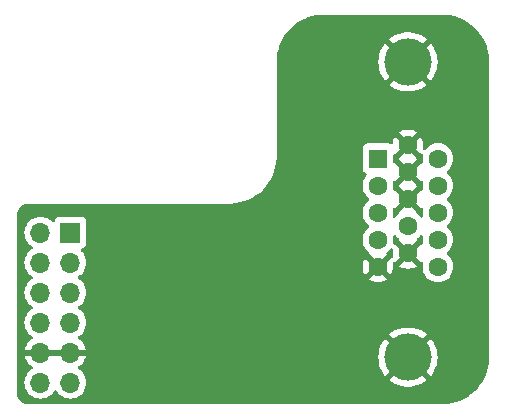
<source format=gbr>
%TF.GenerationSoftware,KiCad,Pcbnew,7.0.10*%
%TF.CreationDate,2024-02-03T18:14:04+01:00*%
%TF.ProjectId,tiny-vga,74696e79-2d76-4676-912e-6b696361645f,v1.0*%
%TF.SameCoordinates,Original*%
%TF.FileFunction,Copper,L2,Bot*%
%TF.FilePolarity,Positive*%
%FSLAX46Y46*%
G04 Gerber Fmt 4.6, Leading zero omitted, Abs format (unit mm)*
G04 Created by KiCad (PCBNEW 7.0.10) date 2024-02-03 18:14:04*
%MOMM*%
%LPD*%
G01*
G04 APERTURE LIST*
%TA.AperFunction,ComponentPad*%
%ADD10C,4.000000*%
%TD*%
%TA.AperFunction,ComponentPad*%
%ADD11R,1.600000X1.600000*%
%TD*%
%TA.AperFunction,ComponentPad*%
%ADD12C,1.600000*%
%TD*%
%TA.AperFunction,ComponentPad*%
%ADD13R,1.700000X1.700000*%
%TD*%
%TA.AperFunction,ComponentPad*%
%ADD14O,1.700000X1.700000*%
%TD*%
%TA.AperFunction,ViaPad*%
%ADD15C,0.800000*%
%TD*%
G04 APERTURE END LIST*
D10*
%TO.P,J2,0*%
%TO.N,GND*%
X161120000Y-90015000D03*
X161120000Y-65015000D03*
D11*
%TO.P,J2,1*%
%TO.N,AnalogR*%
X158580000Y-73190000D03*
D12*
%TO.P,J2,2*%
%TO.N,AnalogG*%
X158580000Y-75480000D03*
%TO.P,J2,3*%
%TO.N,AnalogB*%
X158580000Y-77770000D03*
%TO.P,J2,4*%
%TO.N,unconnected-(J2-Pad4)*%
X158580000Y-80060000D03*
%TO.P,J2,5*%
%TO.N,GND*%
X158580000Y-82350000D03*
%TO.P,J2,6*%
X161120000Y-72045000D03*
%TO.P,J2,7*%
X161120000Y-74335000D03*
%TO.P,J2,8*%
X161120000Y-76625000D03*
%TO.P,J2,9*%
%TO.N,unconnected-(J2-Pad9)*%
X161120000Y-78915000D03*
%TO.P,J2,10*%
%TO.N,GND*%
X161120000Y-81205000D03*
%TO.P,J2,11*%
%TO.N,unconnected-(J2-Pad11)*%
X163660000Y-73190000D03*
%TO.P,J2,12*%
%TO.N,unconnected-(J2-Pad12)*%
X163660000Y-75480000D03*
%TO.P,J2,13*%
%TO.N,Net-(J2-Pad13)*%
X163660000Y-77770000D03*
%TO.P,J2,14*%
%TO.N,Net-(J2-Pad14)*%
X163660000Y-80060000D03*
%TO.P,J2,15*%
%TO.N,unconnected-(J2-Pad15)*%
X163660000Y-82350000D03*
%TD*%
D13*
%TO.P,J1,1,Pin_1*%
%TO.N,PMOD1*%
X132540000Y-79460000D03*
D14*
%TO.P,J1,2,Pin_2*%
%TO.N,PMOD2*%
X132540000Y-82000000D03*
%TO.P,J1,3,Pin_3*%
%TO.N,PMOD3*%
X132540000Y-84540000D03*
%TO.P,J1,4,Pin_4*%
%TO.N,PMOD4*%
X132540000Y-87080000D03*
%TO.P,J1,5,Pin_5*%
%TO.N,GND*%
X132540000Y-89620000D03*
%TO.P,J1,6,Pin_6*%
%TO.N,+3.3V*%
X132540000Y-92160000D03*
%TO.P,J1,7,Pin_7*%
%TO.N,PMOD5*%
X130000000Y-79460000D03*
%TO.P,J1,8,Pin_8*%
%TO.N,PMOD6*%
X130000000Y-82000000D03*
%TO.P,J1,9,Pin_9*%
%TO.N,PMOD7*%
X130000000Y-84540000D03*
%TO.P,J1,10,Pin_10*%
%TO.N,PMOD8*%
X130000000Y-87080000D03*
%TO.P,J1,11,Pin_11*%
%TO.N,GND*%
X130000000Y-89620000D03*
%TO.P,J1,12,Pin_12*%
%TO.N,+3.3V*%
X130000000Y-92160000D03*
%TD*%
D15*
%TO.N,GND*%
X142500000Y-86350000D03*
X153800000Y-66900000D03*
X145200000Y-86400000D03*
X153711500Y-80600000D03*
X139800000Y-89900000D03*
X145450000Y-81550000D03*
X153700000Y-74000000D03*
%TD*%
%TA.AperFunction,Conductor*%
%TO.N,GND*%
G36*
X132080507Y-89410156D02*
G01*
X132040000Y-89548111D01*
X132040000Y-89691889D01*
X132080507Y-89829844D01*
X132106314Y-89870000D01*
X130433686Y-89870000D01*
X130459493Y-89829844D01*
X130500000Y-89691889D01*
X130500000Y-89548111D01*
X130459493Y-89410156D01*
X130433686Y-89370000D01*
X132106314Y-89370000D01*
X132080507Y-89410156D01*
G37*
%TD.AperFunction*%
%TA.AperFunction,Conductor*%
G36*
X159810281Y-80817281D02*
G01*
X159845696Y-80877510D01*
X159845202Y-80939794D01*
X159834860Y-80978389D01*
X159834858Y-80978400D01*
X159815034Y-81204997D01*
X159815034Y-81205002D01*
X159834858Y-81431599D01*
X159834861Y-81431613D01*
X159846179Y-81473855D01*
X159844516Y-81543705D01*
X159805352Y-81601567D01*
X159741123Y-81629070D01*
X159715599Y-81629475D01*
X159659025Y-81624526D01*
X159105929Y-82177622D01*
X159103116Y-82164085D01*
X159033558Y-82029844D01*
X158930362Y-81919348D01*
X158801181Y-81840791D01*
X158749997Y-81826450D01*
X159305472Y-81270975D01*
X159300884Y-81218538D01*
X159314650Y-81150038D01*
X159353288Y-81106155D01*
X159419139Y-81060047D01*
X159580047Y-80899139D01*
X159623852Y-80836577D01*
X159678428Y-80792953D01*
X159747926Y-80785759D01*
X159810281Y-80817281D01*
G37*
%TD.AperFunction*%
%TA.AperFunction,Conductor*%
G36*
X160029593Y-79652362D02*
G01*
X160076985Y-79692775D01*
X160078833Y-79695413D01*
X160119955Y-79754142D01*
X160280858Y-79915045D01*
X160346709Y-79961154D01*
X160390334Y-80015730D01*
X160399114Y-80073536D01*
X160394526Y-80125974D01*
X160948431Y-80679878D01*
X160831542Y-80730651D01*
X160714261Y-80826066D01*
X160627072Y-80949585D01*
X160596645Y-81035197D01*
X160040974Y-80479526D01*
X159984931Y-80484429D01*
X159916431Y-80470662D01*
X159866248Y-80422047D01*
X159850315Y-80354018D01*
X159854350Y-80328808D01*
X159865635Y-80286692D01*
X159885468Y-80060000D01*
X159865635Y-79833308D01*
X159855636Y-79795991D01*
X159857299Y-79726141D01*
X159896462Y-79668279D01*
X159960690Y-79640775D01*
X160029593Y-79652362D01*
G37*
%TD.AperFunction*%
%TA.AperFunction,Conductor*%
G36*
X162349441Y-79673477D02*
G01*
X162384856Y-79733706D01*
X162384364Y-79795988D01*
X162374366Y-79833303D01*
X162374364Y-79833313D01*
X162354532Y-80059998D01*
X162354532Y-80060001D01*
X162374364Y-80286686D01*
X162374366Y-80286697D01*
X162385650Y-80328808D01*
X162383987Y-80398657D01*
X162344824Y-80456520D01*
X162280596Y-80484024D01*
X162255069Y-80484429D01*
X162199025Y-80479526D01*
X161645929Y-81032622D01*
X161643116Y-81019085D01*
X161573558Y-80884844D01*
X161470362Y-80774348D01*
X161341181Y-80695791D01*
X161289997Y-80681450D01*
X161845472Y-80125975D01*
X161840884Y-80073538D01*
X161854650Y-80005038D01*
X161893288Y-79961155D01*
X161959139Y-79915047D01*
X162120047Y-79754139D01*
X162163013Y-79692775D01*
X162217588Y-79649151D01*
X162287086Y-79641956D01*
X162349441Y-79673477D01*
G37*
%TD.AperFunction*%
%TA.AperFunction,Conductor*%
G36*
X162199024Y-77350471D02*
G01*
X162255068Y-77345569D01*
X162323568Y-77359336D01*
X162373751Y-77407951D01*
X162389684Y-77475980D01*
X162385650Y-77501189D01*
X162374367Y-77543299D01*
X162374364Y-77543313D01*
X162354532Y-77769998D01*
X162354532Y-77770001D01*
X162374364Y-77996686D01*
X162374367Y-77996703D01*
X162384363Y-78034010D01*
X162382699Y-78103860D01*
X162343536Y-78161721D01*
X162279307Y-78189224D01*
X162210405Y-78177637D01*
X162163013Y-78137224D01*
X162120047Y-78075861D01*
X162120045Y-78075859D01*
X162120044Y-78075857D01*
X161959142Y-77914955D01*
X161948914Y-77907793D01*
X161893289Y-77868844D01*
X161849664Y-77814269D01*
X161840884Y-77756463D01*
X161845471Y-77704024D01*
X161291568Y-77150121D01*
X161408458Y-77099349D01*
X161525739Y-77003934D01*
X161612928Y-76880415D01*
X161643354Y-76794801D01*
X162199024Y-77350471D01*
G37*
%TD.AperFunction*%
%TA.AperFunction,Conductor*%
G36*
X160596884Y-76810915D02*
G01*
X160666442Y-76945156D01*
X160769638Y-77055652D01*
X160898819Y-77134209D01*
X160950002Y-77148549D01*
X160394526Y-77704025D01*
X160399114Y-77756464D01*
X160385347Y-77824964D01*
X160346710Y-77868845D01*
X160280856Y-77914956D01*
X160119953Y-78075859D01*
X160076986Y-78137224D01*
X160022409Y-78180849D01*
X159952911Y-78188043D01*
X159890556Y-78156520D01*
X159855142Y-78096290D01*
X159855635Y-78034009D01*
X159865635Y-77996692D01*
X159885468Y-77770000D01*
X159865635Y-77543308D01*
X159854349Y-77501188D01*
X159856012Y-77431342D01*
X159895174Y-77373479D01*
X159959402Y-77345974D01*
X159984932Y-77345569D01*
X160040974Y-77350472D01*
X160594070Y-76797376D01*
X160596884Y-76810915D01*
G37*
%TD.AperFunction*%
%TA.AperFunction,Conductor*%
G36*
X160596884Y-74520915D02*
G01*
X160666442Y-74655156D01*
X160769638Y-74765652D01*
X160898819Y-74844209D01*
X160950002Y-74858549D01*
X160394526Y-75414025D01*
X160399352Y-75469193D01*
X160399352Y-75490804D01*
X160394525Y-75545973D01*
X160948431Y-76099878D01*
X160831542Y-76150651D01*
X160714261Y-76246066D01*
X160627072Y-76369585D01*
X160596645Y-76455197D01*
X160040974Y-75899526D01*
X159984931Y-75904429D01*
X159916431Y-75890662D01*
X159866248Y-75842047D01*
X159850315Y-75774018D01*
X159854350Y-75748808D01*
X159865635Y-75706692D01*
X159885468Y-75480000D01*
X159865635Y-75253308D01*
X159854349Y-75211188D01*
X159856012Y-75141342D01*
X159895174Y-75083479D01*
X159959402Y-75055974D01*
X159984932Y-75055569D01*
X160040974Y-75060472D01*
X160594070Y-74507376D01*
X160596884Y-74520915D01*
G37*
%TD.AperFunction*%
%TA.AperFunction,Conductor*%
G36*
X162199024Y-75060471D02*
G01*
X162255068Y-75055569D01*
X162323568Y-75069336D01*
X162373751Y-75117951D01*
X162389684Y-75185980D01*
X162385650Y-75211189D01*
X162374367Y-75253299D01*
X162374364Y-75253313D01*
X162354532Y-75479998D01*
X162354532Y-75480001D01*
X162374364Y-75706686D01*
X162374366Y-75706697D01*
X162385650Y-75748808D01*
X162383987Y-75818657D01*
X162344824Y-75876520D01*
X162280596Y-75904024D01*
X162255069Y-75904429D01*
X162199025Y-75899526D01*
X161645929Y-76452622D01*
X161643116Y-76439085D01*
X161573558Y-76304844D01*
X161470362Y-76194348D01*
X161341181Y-76115791D01*
X161289997Y-76101450D01*
X161845472Y-75545974D01*
X161840645Y-75490806D01*
X161840645Y-75469191D01*
X161845471Y-75414024D01*
X161291568Y-74860121D01*
X161408458Y-74809349D01*
X161525739Y-74713934D01*
X161612928Y-74590415D01*
X161643354Y-74504801D01*
X162199024Y-75060471D01*
G37*
%TD.AperFunction*%
%TA.AperFunction,Conductor*%
G36*
X160596884Y-72230915D02*
G01*
X160666442Y-72365156D01*
X160769638Y-72475652D01*
X160898819Y-72554209D01*
X160950002Y-72568549D01*
X160394526Y-73124025D01*
X160399352Y-73179193D01*
X160399352Y-73200804D01*
X160394525Y-73255973D01*
X160948431Y-73809878D01*
X160831542Y-73860651D01*
X160714261Y-73956066D01*
X160627072Y-74079585D01*
X160596645Y-74165197D01*
X160040974Y-73609526D01*
X160015306Y-73611772D01*
X159946806Y-73598005D01*
X159896623Y-73549390D01*
X159880499Y-73488246D01*
X159880499Y-72891752D01*
X159900184Y-72824715D01*
X159952988Y-72778960D01*
X160015308Y-72768226D01*
X160040975Y-72770471D01*
X160594070Y-72217376D01*
X160596884Y-72230915D01*
G37*
%TD.AperFunction*%
%TA.AperFunction,Conductor*%
G36*
X162199024Y-72770471D02*
G01*
X162255068Y-72765569D01*
X162323568Y-72779336D01*
X162373751Y-72827951D01*
X162389684Y-72895980D01*
X162385650Y-72921189D01*
X162374367Y-72963299D01*
X162374364Y-72963313D01*
X162354532Y-73189998D01*
X162354532Y-73190001D01*
X162374364Y-73416686D01*
X162374366Y-73416697D01*
X162385650Y-73458808D01*
X162383987Y-73528657D01*
X162344824Y-73586520D01*
X162280596Y-73614024D01*
X162255069Y-73614429D01*
X162199025Y-73609526D01*
X161645929Y-74162622D01*
X161643116Y-74149085D01*
X161573558Y-74014844D01*
X161470362Y-73904348D01*
X161341181Y-73825791D01*
X161289997Y-73811450D01*
X161845472Y-73255974D01*
X161840645Y-73200806D01*
X161840645Y-73179191D01*
X161845471Y-73124024D01*
X161291568Y-72570121D01*
X161408458Y-72519349D01*
X161525739Y-72423934D01*
X161612928Y-72300415D01*
X161643354Y-72214801D01*
X162199024Y-72770471D01*
G37*
%TD.AperFunction*%
%TA.AperFunction,Conductor*%
G36*
X164002854Y-61000632D02*
G01*
X164018811Y-61001369D01*
X164173088Y-61008502D01*
X164369795Y-61018166D01*
X164380787Y-61019201D01*
X164562876Y-61044601D01*
X164563781Y-61044732D01*
X164747261Y-61071949D01*
X164757413Y-61073892D01*
X164938614Y-61116510D01*
X164940023Y-61116852D01*
X165117874Y-61161401D01*
X165127091Y-61164096D01*
X165304478Y-61223550D01*
X165306618Y-61224292D01*
X165478220Y-61285692D01*
X165486519Y-61289004D01*
X165657980Y-61364712D01*
X165660909Y-61366051D01*
X165747263Y-61406892D01*
X165825119Y-61443715D01*
X165832411Y-61447465D01*
X165929135Y-61501341D01*
X165996435Y-61538827D01*
X165999810Y-61540777D01*
X166155371Y-61634017D01*
X166161670Y-61638058D01*
X166316699Y-61744256D01*
X166320459Y-61746935D01*
X166466009Y-61854882D01*
X166471305Y-61859040D01*
X166616009Y-61979200D01*
X166619947Y-61982617D01*
X166754206Y-62104303D01*
X166758590Y-62108478D01*
X166891520Y-62241408D01*
X166895698Y-62245795D01*
X167017375Y-62380045D01*
X167020805Y-62383998D01*
X167140951Y-62528684D01*
X167145124Y-62534000D01*
X167253041Y-62679509D01*
X167255742Y-62683299D01*
X167361940Y-62838328D01*
X167365992Y-62844645D01*
X167399173Y-62900004D01*
X167459200Y-63000153D01*
X167461171Y-63003563D01*
X167552525Y-63167573D01*
X167556291Y-63174896D01*
X167633947Y-63339089D01*
X167635286Y-63342018D01*
X167710994Y-63513479D01*
X167714311Y-63521791D01*
X167775666Y-63693265D01*
X167776487Y-63695634D01*
X167835894Y-63872881D01*
X167838606Y-63882157D01*
X167883104Y-64059803D01*
X167883526Y-64061543D01*
X167926101Y-64242562D01*
X167928053Y-64252758D01*
X167955257Y-64436156D01*
X167955410Y-64437218D01*
X167980794Y-64619184D01*
X167981834Y-64630232D01*
X167991512Y-64827238D01*
X167991529Y-64827595D01*
X167999368Y-64997145D01*
X167999500Y-65002872D01*
X167999500Y-89997127D01*
X167999368Y-90002854D01*
X167991529Y-90172404D01*
X167991512Y-90172761D01*
X167981834Y-90369766D01*
X167980794Y-90380814D01*
X167955410Y-90562780D01*
X167955257Y-90563842D01*
X167928053Y-90747240D01*
X167926101Y-90757436D01*
X167883526Y-90938455D01*
X167883104Y-90940195D01*
X167838606Y-91117841D01*
X167835894Y-91127117D01*
X167776487Y-91304364D01*
X167775666Y-91306733D01*
X167714311Y-91478207D01*
X167710994Y-91486519D01*
X167635286Y-91657980D01*
X167633947Y-91660909D01*
X167556291Y-91825102D01*
X167552525Y-91832425D01*
X167461171Y-91996435D01*
X167459200Y-91999845D01*
X167365999Y-92155342D01*
X167361940Y-92161670D01*
X167255742Y-92316699D01*
X167253041Y-92320489D01*
X167145135Y-92465984D01*
X167140935Y-92471334D01*
X167020851Y-92615947D01*
X167017331Y-92620004D01*
X166895717Y-92754183D01*
X166891520Y-92758590D01*
X166758590Y-92891520D01*
X166754183Y-92895717D01*
X166620004Y-93017331D01*
X166615947Y-93020851D01*
X166471334Y-93140935D01*
X166465984Y-93145135D01*
X166320489Y-93253041D01*
X166316699Y-93255742D01*
X166161670Y-93361940D01*
X166155342Y-93365999D01*
X165999845Y-93459200D01*
X165996435Y-93461171D01*
X165832425Y-93552525D01*
X165825102Y-93556291D01*
X165660909Y-93633947D01*
X165657980Y-93635286D01*
X165486519Y-93710994D01*
X165478207Y-93714311D01*
X165306733Y-93775666D01*
X165304364Y-93776487D01*
X165127117Y-93835894D01*
X165117841Y-93838606D01*
X164940195Y-93883104D01*
X164938455Y-93883526D01*
X164757436Y-93926101D01*
X164747240Y-93928053D01*
X164563842Y-93955257D01*
X164562780Y-93955410D01*
X164380814Y-93980794D01*
X164369766Y-93981834D01*
X164172931Y-93991503D01*
X164172575Y-93991520D01*
X164010209Y-93999028D01*
X164002854Y-93999368D01*
X163997128Y-93999500D01*
X129005416Y-93999500D01*
X128994606Y-93999028D01*
X128992001Y-93998800D01*
X128955223Y-93995581D01*
X128953882Y-93995456D01*
X128828238Y-93983082D01*
X128808298Y-93979454D01*
X128743616Y-93962123D01*
X128739713Y-93961008D01*
X128648436Y-93933319D01*
X128632027Y-93927041D01*
X128566163Y-93896328D01*
X128560114Y-93893304D01*
X128480952Y-93850990D01*
X128468283Y-93843207D01*
X128407109Y-93800373D01*
X128399568Y-93794652D01*
X128331543Y-93738826D01*
X128322526Y-93730653D01*
X128269345Y-93677472D01*
X128261172Y-93668455D01*
X128205346Y-93600430D01*
X128199625Y-93592889D01*
X128156791Y-93531715D01*
X128149008Y-93519046D01*
X128129548Y-93482639D01*
X128106685Y-93439867D01*
X128103686Y-93433867D01*
X128072952Y-93367959D01*
X128066682Y-93351570D01*
X128038966Y-93260203D01*
X128037899Y-93256467D01*
X128020541Y-93191685D01*
X128016918Y-93171776D01*
X128004526Y-93045961D01*
X128004426Y-93044880D01*
X128000972Y-93005391D01*
X128000500Y-92994586D01*
X128000500Y-92160000D01*
X128644341Y-92160000D01*
X128664936Y-92395398D01*
X128664938Y-92395413D01*
X128726094Y-92623655D01*
X128726096Y-92623659D01*
X128726097Y-92623663D01*
X128730000Y-92632032D01*
X128825965Y-92837830D01*
X128825967Y-92837834D01*
X128908475Y-92955666D01*
X128961505Y-93031401D01*
X129128599Y-93198495D01*
X129206499Y-93253041D01*
X129322165Y-93334032D01*
X129322167Y-93334033D01*
X129322170Y-93334035D01*
X129536337Y-93433903D01*
X129764592Y-93495063D01*
X129952918Y-93511539D01*
X129999999Y-93515659D01*
X130000000Y-93515659D01*
X130000001Y-93515659D01*
X130039234Y-93512226D01*
X130235408Y-93495063D01*
X130463663Y-93433903D01*
X130677830Y-93334035D01*
X130871401Y-93198495D01*
X131038495Y-93031401D01*
X131168425Y-92845842D01*
X131223002Y-92802217D01*
X131292500Y-92795023D01*
X131354855Y-92826546D01*
X131371575Y-92845842D01*
X131501500Y-93031395D01*
X131501505Y-93031401D01*
X131668599Y-93198495D01*
X131746499Y-93253041D01*
X131862165Y-93334032D01*
X131862167Y-93334033D01*
X131862170Y-93334035D01*
X132076337Y-93433903D01*
X132304592Y-93495063D01*
X132492918Y-93511539D01*
X132539999Y-93515659D01*
X132540000Y-93515659D01*
X132540001Y-93515659D01*
X132579234Y-93512226D01*
X132775408Y-93495063D01*
X133003663Y-93433903D01*
X133217830Y-93334035D01*
X133411401Y-93198495D01*
X133578495Y-93031401D01*
X133714035Y-92837830D01*
X133813903Y-92623663D01*
X133875063Y-92395408D01*
X133895659Y-92160000D01*
X133895251Y-92155342D01*
X133881647Y-91999845D01*
X133875063Y-91924592D01*
X133813903Y-91696337D01*
X133714035Y-91482171D01*
X133711260Y-91478207D01*
X133578494Y-91288597D01*
X133411402Y-91121506D01*
X133411401Y-91121505D01*
X133225405Y-90991269D01*
X133181781Y-90936692D01*
X133174588Y-90867193D01*
X133206110Y-90804839D01*
X133225405Y-90788119D01*
X133411082Y-90658105D01*
X133578105Y-90491082D01*
X133713600Y-90297578D01*
X133813429Y-90083492D01*
X133813432Y-90083486D01*
X133831782Y-90015005D01*
X158615057Y-90015005D01*
X158634807Y-90328942D01*
X158634808Y-90328949D01*
X158693755Y-90637958D01*
X158790963Y-90937132D01*
X158790965Y-90937137D01*
X158924900Y-91221761D01*
X158924903Y-91221767D01*
X159093457Y-91487367D01*
X159093460Y-91487371D01*
X159184286Y-91597160D01*
X159822266Y-90959180D01*
X159985130Y-91149870D01*
X160175818Y-91312732D01*
X159534971Y-91953579D01*
X159534972Y-91953581D01*
X159777772Y-92129985D01*
X159777790Y-92129996D01*
X160053447Y-92281540D01*
X160053455Y-92281544D01*
X160345926Y-92397340D01*
X160650620Y-92475573D01*
X160650629Y-92475575D01*
X160962701Y-92514999D01*
X160962715Y-92515000D01*
X161277285Y-92515000D01*
X161277298Y-92514999D01*
X161589370Y-92475575D01*
X161589379Y-92475573D01*
X161894073Y-92397340D01*
X162186544Y-92281544D01*
X162186552Y-92281540D01*
X162462209Y-92129996D01*
X162462219Y-92129990D01*
X162705026Y-91953579D01*
X162705027Y-91953579D01*
X162064180Y-91312733D01*
X162254870Y-91149870D01*
X162417733Y-90959181D01*
X163055712Y-91597160D01*
X163146544Y-91487364D01*
X163315096Y-91221767D01*
X163315099Y-91221761D01*
X163449034Y-90937137D01*
X163449036Y-90937132D01*
X163546244Y-90637958D01*
X163605191Y-90328949D01*
X163605192Y-90328942D01*
X163624943Y-90015005D01*
X163624943Y-90014994D01*
X163605192Y-89701057D01*
X163605191Y-89701050D01*
X163546244Y-89392041D01*
X163449036Y-89092867D01*
X163449034Y-89092862D01*
X163315099Y-88808238D01*
X163315096Y-88808232D01*
X163146542Y-88542632D01*
X163146539Y-88542628D01*
X163055712Y-88432838D01*
X162417732Y-89070818D01*
X162254870Y-88880130D01*
X162064180Y-88717266D01*
X162705027Y-88076419D01*
X162705026Y-88076417D01*
X162462227Y-87900014D01*
X162462209Y-87900003D01*
X162186552Y-87748459D01*
X162186544Y-87748455D01*
X161894073Y-87632659D01*
X161589379Y-87554426D01*
X161589370Y-87554424D01*
X161277298Y-87515000D01*
X160962701Y-87515000D01*
X160650629Y-87554424D01*
X160650620Y-87554426D01*
X160345926Y-87632659D01*
X160053455Y-87748455D01*
X160053447Y-87748459D01*
X159777787Y-87900004D01*
X159777782Y-87900007D01*
X159534972Y-88076418D01*
X159534971Y-88076419D01*
X160175819Y-88717266D01*
X159985130Y-88880130D01*
X159822266Y-89070818D01*
X159184286Y-88432838D01*
X159184285Y-88432838D01*
X159093459Y-88542629D01*
X159093457Y-88542632D01*
X158924903Y-88808232D01*
X158924900Y-88808238D01*
X158790965Y-89092862D01*
X158790963Y-89092867D01*
X158693755Y-89392041D01*
X158634808Y-89701050D01*
X158634807Y-89701057D01*
X158615057Y-90014994D01*
X158615057Y-90015005D01*
X133831782Y-90015005D01*
X133870636Y-89870000D01*
X132973686Y-89870000D01*
X132999493Y-89829844D01*
X133040000Y-89691889D01*
X133040000Y-89548111D01*
X132999493Y-89410156D01*
X132973686Y-89370000D01*
X133870636Y-89370000D01*
X133870635Y-89369999D01*
X133813432Y-89156513D01*
X133813429Y-89156507D01*
X133713600Y-88942422D01*
X133713599Y-88942420D01*
X133578113Y-88748926D01*
X133578108Y-88748920D01*
X133411078Y-88581890D01*
X133225405Y-88451879D01*
X133181780Y-88397302D01*
X133174588Y-88327804D01*
X133206110Y-88265449D01*
X133225406Y-88248730D01*
X133411401Y-88118495D01*
X133578495Y-87951401D01*
X133714035Y-87757830D01*
X133813903Y-87543663D01*
X133875063Y-87315408D01*
X133895659Y-87080000D01*
X133875063Y-86844592D01*
X133813903Y-86616337D01*
X133714035Y-86402171D01*
X133708425Y-86394158D01*
X133578494Y-86208597D01*
X133411402Y-86041506D01*
X133411396Y-86041501D01*
X133225842Y-85911575D01*
X133182217Y-85856998D01*
X133175023Y-85787500D01*
X133206546Y-85725145D01*
X133225842Y-85708425D01*
X133248026Y-85692891D01*
X133411401Y-85578495D01*
X133578495Y-85411401D01*
X133714035Y-85217830D01*
X133813903Y-85003663D01*
X133875063Y-84775408D01*
X133895659Y-84540000D01*
X133875063Y-84304592D01*
X133813903Y-84076337D01*
X133714035Y-83862171D01*
X133708425Y-83854158D01*
X133578494Y-83668597D01*
X133411402Y-83501506D01*
X133411396Y-83501501D01*
X133225842Y-83371575D01*
X133182217Y-83316998D01*
X133175023Y-83247500D01*
X133206546Y-83185145D01*
X133225842Y-83168425D01*
X133358592Y-83075472D01*
X133411401Y-83038495D01*
X133578495Y-82871401D01*
X133714035Y-82677830D01*
X133813903Y-82463663D01*
X133875063Y-82235408D01*
X133895659Y-82000000D01*
X133875063Y-81764592D01*
X133813903Y-81536337D01*
X133714035Y-81322171D01*
X133708424Y-81314158D01*
X133578496Y-81128600D01*
X133541943Y-81092047D01*
X133456567Y-81006671D01*
X133423084Y-80945351D01*
X133428068Y-80875659D01*
X133469939Y-80819725D01*
X133500915Y-80802810D01*
X133632331Y-80753796D01*
X133747546Y-80667546D01*
X133833796Y-80552331D01*
X133884091Y-80417483D01*
X133890500Y-80357873D01*
X133890500Y-80060001D01*
X157274532Y-80060001D01*
X157294364Y-80286686D01*
X157294366Y-80286697D01*
X157353258Y-80506488D01*
X157353261Y-80506497D01*
X157449431Y-80712732D01*
X157449432Y-80712734D01*
X157579954Y-80899141D01*
X157740858Y-81060045D01*
X157806709Y-81106154D01*
X157850334Y-81160730D01*
X157859114Y-81218536D01*
X157854526Y-81270974D01*
X158408431Y-81824878D01*
X158291542Y-81875651D01*
X158174261Y-81971066D01*
X158087072Y-82094585D01*
X158056645Y-82180197D01*
X157500974Y-81624526D01*
X157500973Y-81624526D01*
X157449868Y-81697512D01*
X157449866Y-81697516D01*
X157353734Y-81903673D01*
X157353730Y-81903682D01*
X157294860Y-82123389D01*
X157294858Y-82123400D01*
X157275034Y-82349997D01*
X157275034Y-82350002D01*
X157294858Y-82576599D01*
X157294860Y-82576610D01*
X157353730Y-82796317D01*
X157353735Y-82796331D01*
X157449863Y-83002478D01*
X157500974Y-83075472D01*
X158054070Y-82522376D01*
X158056884Y-82535915D01*
X158126442Y-82670156D01*
X158229638Y-82780652D01*
X158358819Y-82859209D01*
X158410002Y-82873549D01*
X157854526Y-83429025D01*
X157927513Y-83480132D01*
X157927521Y-83480136D01*
X158133668Y-83576264D01*
X158133682Y-83576269D01*
X158353389Y-83635139D01*
X158353400Y-83635141D01*
X158579998Y-83654966D01*
X158580002Y-83654966D01*
X158806599Y-83635141D01*
X158806610Y-83635139D01*
X159026317Y-83576269D01*
X159026331Y-83576264D01*
X159232478Y-83480136D01*
X159305471Y-83429024D01*
X158751568Y-82875121D01*
X158868458Y-82824349D01*
X158985739Y-82728934D01*
X159072928Y-82605415D01*
X159103354Y-82519801D01*
X159659024Y-83075471D01*
X159710136Y-83002478D01*
X159806264Y-82796331D01*
X159806269Y-82796317D01*
X159865139Y-82576610D01*
X159865141Y-82576599D01*
X159884966Y-82350002D01*
X159884966Y-82349997D01*
X159865141Y-82123400D01*
X159865138Y-82123385D01*
X159853820Y-82081146D01*
X159855481Y-82011296D01*
X159894643Y-81953433D01*
X159958871Y-81925928D01*
X159984401Y-81925523D01*
X160040974Y-81930472D01*
X160594070Y-81377376D01*
X160596884Y-81390915D01*
X160666442Y-81525156D01*
X160769638Y-81635652D01*
X160898819Y-81714209D01*
X160950002Y-81728549D01*
X160394526Y-82284025D01*
X160467513Y-82335132D01*
X160467521Y-82335136D01*
X160673668Y-82431264D01*
X160673682Y-82431269D01*
X160893389Y-82490139D01*
X160893400Y-82490141D01*
X161119998Y-82509966D01*
X161120002Y-82509966D01*
X161346599Y-82490141D01*
X161346610Y-82490139D01*
X161566317Y-82431269D01*
X161566331Y-82431264D01*
X161772478Y-82335136D01*
X161845471Y-82284024D01*
X161291568Y-81730121D01*
X161408458Y-81679349D01*
X161525739Y-81583934D01*
X161612928Y-81460415D01*
X161643354Y-81374801D01*
X162199024Y-81930471D01*
X162255068Y-81925569D01*
X162323568Y-81939336D01*
X162373751Y-81987951D01*
X162389684Y-82055980D01*
X162385650Y-82081189D01*
X162374367Y-82123299D01*
X162374364Y-82123313D01*
X162354532Y-82349998D01*
X162354532Y-82350001D01*
X162374364Y-82576686D01*
X162374366Y-82576697D01*
X162433258Y-82796488D01*
X162433261Y-82796497D01*
X162529431Y-83002732D01*
X162529432Y-83002734D01*
X162659954Y-83189141D01*
X162820858Y-83350045D01*
X162843594Y-83365965D01*
X163007266Y-83480568D01*
X163213504Y-83576739D01*
X163433308Y-83635635D01*
X163595230Y-83649801D01*
X163659998Y-83655468D01*
X163660000Y-83655468D01*
X163660002Y-83655468D01*
X163716673Y-83650509D01*
X163886692Y-83635635D01*
X164106496Y-83576739D01*
X164312734Y-83480568D01*
X164499139Y-83350047D01*
X164660047Y-83189139D01*
X164790568Y-83002734D01*
X164886739Y-82796496D01*
X164945635Y-82576692D01*
X164965468Y-82350000D01*
X164945635Y-82123308D01*
X164893965Y-81930471D01*
X164886741Y-81903511D01*
X164886738Y-81903502D01*
X164857495Y-81840791D01*
X164790568Y-81697266D01*
X164660047Y-81510861D01*
X164660046Y-81510860D01*
X164660045Y-81510858D01*
X164499142Y-81349955D01*
X164475576Y-81333454D01*
X164437188Y-81306574D01*
X164393563Y-81251999D01*
X164386369Y-81182501D01*
X164417891Y-81120146D01*
X164437188Y-81103425D01*
X164499139Y-81060047D01*
X164660047Y-80899139D01*
X164790568Y-80712734D01*
X164886739Y-80506496D01*
X164945635Y-80286692D01*
X164965468Y-80060000D01*
X164945635Y-79833308D01*
X164886739Y-79613504D01*
X164790568Y-79407266D01*
X164662662Y-79224596D01*
X164660045Y-79220858D01*
X164499142Y-79059955D01*
X164488079Y-79052208D01*
X164437188Y-79016574D01*
X164393563Y-78961999D01*
X164386369Y-78892501D01*
X164417891Y-78830146D01*
X164437188Y-78813425D01*
X164499139Y-78770047D01*
X164660047Y-78609139D01*
X164790568Y-78422734D01*
X164886739Y-78216496D01*
X164945635Y-77996692D01*
X164965468Y-77770000D01*
X164945635Y-77543308D01*
X164886739Y-77323504D01*
X164790568Y-77117266D01*
X164660047Y-76930861D01*
X164660046Y-76930860D01*
X164660045Y-76930858D01*
X164499142Y-76769955D01*
X164488079Y-76762208D01*
X164437188Y-76726574D01*
X164393563Y-76671999D01*
X164386369Y-76602501D01*
X164417891Y-76540146D01*
X164437188Y-76523425D01*
X164499139Y-76480047D01*
X164660047Y-76319139D01*
X164790568Y-76132734D01*
X164886739Y-75926496D01*
X164945635Y-75706692D01*
X164965468Y-75480000D01*
X164945635Y-75253308D01*
X164886739Y-75033504D01*
X164790568Y-74827266D01*
X164660047Y-74640861D01*
X164660046Y-74640860D01*
X164660045Y-74640858D01*
X164499142Y-74479955D01*
X164488079Y-74472208D01*
X164437188Y-74436574D01*
X164393563Y-74381999D01*
X164386369Y-74312501D01*
X164417891Y-74250146D01*
X164437188Y-74233425D01*
X164499139Y-74190047D01*
X164660047Y-74029139D01*
X164790568Y-73842734D01*
X164886739Y-73636496D01*
X164945635Y-73416692D01*
X164965468Y-73190000D01*
X164945635Y-72963308D01*
X164886739Y-72743504D01*
X164790568Y-72537266D01*
X164660047Y-72350861D01*
X164660046Y-72350860D01*
X164660045Y-72350858D01*
X164499141Y-72189954D01*
X164312734Y-72059432D01*
X164312732Y-72059431D01*
X164106497Y-71963261D01*
X164106488Y-71963258D01*
X163886697Y-71904366D01*
X163886693Y-71904365D01*
X163886692Y-71904365D01*
X163886691Y-71904364D01*
X163886686Y-71904364D01*
X163660002Y-71884532D01*
X163659998Y-71884532D01*
X163433313Y-71904364D01*
X163433302Y-71904366D01*
X163213511Y-71963258D01*
X163213502Y-71963261D01*
X163007267Y-72059431D01*
X163007265Y-72059432D01*
X162820858Y-72189954D01*
X162659952Y-72350860D01*
X162616146Y-72413422D01*
X162561569Y-72457047D01*
X162492071Y-72464239D01*
X162429716Y-72432717D01*
X162394303Y-72372486D01*
X162394798Y-72310202D01*
X162405139Y-72271610D01*
X162405141Y-72271599D01*
X162424966Y-72045002D01*
X162424966Y-72044997D01*
X162405141Y-71818400D01*
X162405139Y-71818389D01*
X162346269Y-71598682D01*
X162346264Y-71598668D01*
X162250136Y-71392521D01*
X162250132Y-71392513D01*
X162199025Y-71319526D01*
X161645929Y-71872622D01*
X161643116Y-71859085D01*
X161573558Y-71724844D01*
X161470362Y-71614348D01*
X161341181Y-71535791D01*
X161289997Y-71521450D01*
X161845472Y-70965974D01*
X161772478Y-70914863D01*
X161566331Y-70818735D01*
X161566317Y-70818730D01*
X161346610Y-70759860D01*
X161346599Y-70759858D01*
X161120002Y-70740034D01*
X161119998Y-70740034D01*
X160893400Y-70759858D01*
X160893389Y-70759860D01*
X160673682Y-70818730D01*
X160673673Y-70818734D01*
X160467516Y-70914866D01*
X160467512Y-70914868D01*
X160394526Y-70965973D01*
X160394526Y-70965974D01*
X160948431Y-71519878D01*
X160831542Y-71570651D01*
X160714261Y-71666066D01*
X160627072Y-71789585D01*
X160596645Y-71875197D01*
X160040974Y-71319526D01*
X160040973Y-71319526D01*
X159989868Y-71392512D01*
X159989866Y-71392516D01*
X159893734Y-71598673D01*
X159893730Y-71598682D01*
X159834860Y-71818389D01*
X159834858Y-71818399D01*
X159830725Y-71865646D01*
X159805272Y-71930715D01*
X159748681Y-71971693D01*
X159678919Y-71975571D01*
X159632888Y-71954106D01*
X159622334Y-71946205D01*
X159622328Y-71946202D01*
X159487482Y-71895908D01*
X159487483Y-71895908D01*
X159427883Y-71889501D01*
X159427881Y-71889500D01*
X159427873Y-71889500D01*
X159427864Y-71889500D01*
X157732129Y-71889500D01*
X157732123Y-71889501D01*
X157672516Y-71895908D01*
X157537671Y-71946202D01*
X157537664Y-71946206D01*
X157422455Y-72032452D01*
X157422452Y-72032455D01*
X157336206Y-72147664D01*
X157336202Y-72147671D01*
X157285908Y-72282517D01*
X157279501Y-72342116D01*
X157279500Y-72342135D01*
X157279500Y-74037870D01*
X157279501Y-74037876D01*
X157285908Y-74097483D01*
X157336202Y-74232328D01*
X157336206Y-74232335D01*
X157422452Y-74347544D01*
X157422455Y-74347547D01*
X157537664Y-74433793D01*
X157537675Y-74433799D01*
X157538497Y-74434106D01*
X157539198Y-74434631D01*
X157545454Y-74438047D01*
X157544962Y-74438946D01*
X157594431Y-74475977D01*
X157618847Y-74541442D01*
X157603995Y-74609715D01*
X157582851Y-74637962D01*
X157579953Y-74640860D01*
X157449432Y-74827265D01*
X157449431Y-74827267D01*
X157353261Y-75033502D01*
X157353258Y-75033511D01*
X157294366Y-75253302D01*
X157294364Y-75253313D01*
X157274532Y-75479998D01*
X157274532Y-75480001D01*
X157294364Y-75706686D01*
X157294366Y-75706697D01*
X157353258Y-75926488D01*
X157353261Y-75926497D01*
X157449431Y-76132732D01*
X157449432Y-76132734D01*
X157579954Y-76319141D01*
X157740859Y-76480046D01*
X157802811Y-76523425D01*
X157846436Y-76578002D01*
X157853630Y-76647500D01*
X157822107Y-76709855D01*
X157802811Y-76726575D01*
X157740859Y-76769953D01*
X157579954Y-76930858D01*
X157449432Y-77117265D01*
X157449431Y-77117267D01*
X157353261Y-77323502D01*
X157353258Y-77323511D01*
X157294366Y-77543302D01*
X157294364Y-77543313D01*
X157274532Y-77769998D01*
X157274532Y-77770001D01*
X157294364Y-77996686D01*
X157294366Y-77996697D01*
X157353258Y-78216488D01*
X157353261Y-78216497D01*
X157449431Y-78422732D01*
X157449432Y-78422734D01*
X157579954Y-78609141D01*
X157740859Y-78770046D01*
X157802811Y-78813425D01*
X157846436Y-78868002D01*
X157853630Y-78937500D01*
X157822107Y-78999855D01*
X157802811Y-79016575D01*
X157740859Y-79059953D01*
X157579954Y-79220858D01*
X157449432Y-79407265D01*
X157449431Y-79407267D01*
X157353261Y-79613502D01*
X157353258Y-79613511D01*
X157294366Y-79833302D01*
X157294364Y-79833313D01*
X157274532Y-80059998D01*
X157274532Y-80060001D01*
X133890500Y-80060001D01*
X133890499Y-78562128D01*
X133884091Y-78502517D01*
X133882810Y-78499083D01*
X133833797Y-78367671D01*
X133833793Y-78367664D01*
X133747547Y-78252455D01*
X133747544Y-78252452D01*
X133632335Y-78166206D01*
X133632328Y-78166202D01*
X133497482Y-78115908D01*
X133497483Y-78115908D01*
X133437883Y-78109501D01*
X133437881Y-78109500D01*
X133437873Y-78109500D01*
X133437864Y-78109500D01*
X131642129Y-78109500D01*
X131642123Y-78109501D01*
X131582516Y-78115908D01*
X131447671Y-78166202D01*
X131447664Y-78166206D01*
X131332455Y-78252452D01*
X131332452Y-78252455D01*
X131246206Y-78367664D01*
X131246203Y-78367669D01*
X131197189Y-78499083D01*
X131155317Y-78555016D01*
X131089853Y-78579433D01*
X131021580Y-78564581D01*
X130993326Y-78543430D01*
X130871402Y-78421506D01*
X130871395Y-78421501D01*
X130677834Y-78285967D01*
X130677830Y-78285965D01*
X130627007Y-78262266D01*
X130463663Y-78186097D01*
X130463659Y-78186096D01*
X130463655Y-78186094D01*
X130235413Y-78124938D01*
X130235403Y-78124936D01*
X130000001Y-78104341D01*
X129999999Y-78104341D01*
X129764596Y-78124936D01*
X129764586Y-78124938D01*
X129536344Y-78186094D01*
X129536335Y-78186098D01*
X129322171Y-78285964D01*
X129322169Y-78285965D01*
X129128597Y-78421505D01*
X128961505Y-78588597D01*
X128825965Y-78782169D01*
X128825964Y-78782171D01*
X128726098Y-78996335D01*
X128726094Y-78996344D01*
X128664938Y-79224586D01*
X128664936Y-79224596D01*
X128644341Y-79459999D01*
X128644341Y-79460000D01*
X128664936Y-79695403D01*
X128664938Y-79695413D01*
X128726094Y-79923655D01*
X128726096Y-79923659D01*
X128726097Y-79923663D01*
X128789671Y-80059998D01*
X128825965Y-80137830D01*
X128825967Y-80137834D01*
X128930195Y-80286686D01*
X128959689Y-80328808D01*
X128961501Y-80331395D01*
X128961506Y-80331402D01*
X129128597Y-80498493D01*
X129128603Y-80498498D01*
X129314158Y-80628425D01*
X129357783Y-80683002D01*
X129364977Y-80752500D01*
X129333454Y-80814855D01*
X129314158Y-80831575D01*
X129128597Y-80961505D01*
X128961505Y-81128597D01*
X128825965Y-81322169D01*
X128825964Y-81322171D01*
X128726098Y-81536335D01*
X128726094Y-81536344D01*
X128664938Y-81764586D01*
X128664936Y-81764596D01*
X128644341Y-81999999D01*
X128644341Y-82000000D01*
X128664936Y-82235403D01*
X128664938Y-82235413D01*
X128726094Y-82463655D01*
X128726096Y-82463659D01*
X128726097Y-82463663D01*
X128778806Y-82576697D01*
X128825965Y-82677830D01*
X128825967Y-82677834D01*
X128928559Y-82824349D01*
X128961501Y-82871396D01*
X128961506Y-82871402D01*
X129128597Y-83038493D01*
X129128603Y-83038498D01*
X129314158Y-83168425D01*
X129357783Y-83223002D01*
X129364977Y-83292500D01*
X129333454Y-83354855D01*
X129314158Y-83371575D01*
X129128597Y-83501505D01*
X128961505Y-83668597D01*
X128825965Y-83862169D01*
X128825964Y-83862171D01*
X128726098Y-84076335D01*
X128726094Y-84076344D01*
X128664938Y-84304586D01*
X128664936Y-84304596D01*
X128644341Y-84539999D01*
X128644341Y-84540000D01*
X128664936Y-84775403D01*
X128664938Y-84775413D01*
X128726094Y-85003655D01*
X128726096Y-85003659D01*
X128726097Y-85003663D01*
X128730000Y-85012032D01*
X128825965Y-85217830D01*
X128825967Y-85217834D01*
X128934281Y-85372521D01*
X128961501Y-85411396D01*
X128961506Y-85411402D01*
X129128597Y-85578493D01*
X129128603Y-85578498D01*
X129314158Y-85708425D01*
X129357783Y-85763002D01*
X129364977Y-85832500D01*
X129333454Y-85894855D01*
X129314158Y-85911575D01*
X129128597Y-86041505D01*
X128961505Y-86208597D01*
X128825965Y-86402169D01*
X128825964Y-86402171D01*
X128726098Y-86616335D01*
X128726094Y-86616344D01*
X128664938Y-86844586D01*
X128664936Y-86844596D01*
X128644341Y-87079999D01*
X128644341Y-87080000D01*
X128664936Y-87315403D01*
X128664938Y-87315413D01*
X128726094Y-87543655D01*
X128726096Y-87543659D01*
X128726097Y-87543663D01*
X128730000Y-87552032D01*
X128825965Y-87757830D01*
X128825967Y-87757834D01*
X128925523Y-87900014D01*
X128961501Y-87951396D01*
X128961506Y-87951402D01*
X129128597Y-88118493D01*
X129128603Y-88118498D01*
X129314594Y-88248730D01*
X129358219Y-88303307D01*
X129365413Y-88372805D01*
X129333890Y-88435160D01*
X129314595Y-88451880D01*
X129128922Y-88581890D01*
X129128920Y-88581891D01*
X128961891Y-88748920D01*
X128961886Y-88748926D01*
X128826400Y-88942420D01*
X128826399Y-88942422D01*
X128726570Y-89156507D01*
X128726567Y-89156513D01*
X128669364Y-89369999D01*
X128669364Y-89370000D01*
X129566314Y-89370000D01*
X129540507Y-89410156D01*
X129500000Y-89548111D01*
X129500000Y-89691889D01*
X129540507Y-89829844D01*
X129566314Y-89870000D01*
X128669364Y-89870000D01*
X128726567Y-90083486D01*
X128726570Y-90083492D01*
X128826399Y-90297578D01*
X128961894Y-90491082D01*
X129128917Y-90658105D01*
X129314595Y-90788119D01*
X129358219Y-90842696D01*
X129365412Y-90912195D01*
X129333890Y-90974549D01*
X129314595Y-90991269D01*
X129128594Y-91121508D01*
X128961505Y-91288597D01*
X128825965Y-91482169D01*
X128825964Y-91482171D01*
X128726098Y-91696335D01*
X128726094Y-91696344D01*
X128664938Y-91924586D01*
X128664936Y-91924596D01*
X128644341Y-92159999D01*
X128644341Y-92160000D01*
X128000500Y-92160000D01*
X128000500Y-89286369D01*
X128000501Y-78005389D01*
X128000971Y-77994631D01*
X128004424Y-77955161D01*
X128004542Y-77953904D01*
X128008378Y-77914955D01*
X128016920Y-77828226D01*
X128020543Y-77808314D01*
X128037895Y-77743555D01*
X128038958Y-77739831D01*
X128066692Y-77648403D01*
X128072951Y-77632047D01*
X128103709Y-77566087D01*
X128106662Y-77560180D01*
X128149021Y-77480932D01*
X128156777Y-77468305D01*
X128199650Y-77407077D01*
X128205324Y-77399599D01*
X128261192Y-77331523D01*
X128269334Y-77322540D01*
X128322544Y-77269330D01*
X128331518Y-77261196D01*
X128399601Y-77205322D01*
X128407085Y-77199644D01*
X128468307Y-77156776D01*
X128480926Y-77149024D01*
X128560153Y-77106677D01*
X128566121Y-77103693D01*
X128632047Y-77072952D01*
X128648426Y-77066685D01*
X128739793Y-77038969D01*
X128743530Y-77037902D01*
X128808315Y-77020542D01*
X128828227Y-77016919D01*
X128954102Y-77004520D01*
X128954636Y-77004470D01*
X128994646Y-77000970D01*
X129005437Y-77000500D01*
X146184951Y-77000500D01*
X146184954Y-77000500D01*
X146421799Y-76978553D01*
X146553276Y-76966370D01*
X146553277Y-76966370D01*
X146553279Y-76966369D01*
X146553285Y-76966369D01*
X146916895Y-76898398D01*
X147272682Y-76797168D01*
X147617612Y-76663542D01*
X147948740Y-76498659D01*
X148263243Y-76303928D01*
X148558436Y-76081008D01*
X148831802Y-75831802D01*
X149081008Y-75558436D01*
X149303928Y-75263243D01*
X149498659Y-74948740D01*
X149663542Y-74617612D01*
X149797168Y-74272682D01*
X149898398Y-73916895D01*
X149966369Y-73553285D01*
X150000500Y-73184954D01*
X150000500Y-73000000D01*
X150000500Y-72999500D01*
X150000500Y-65015005D01*
X158615057Y-65015005D01*
X158634807Y-65328942D01*
X158634808Y-65328949D01*
X158693755Y-65637958D01*
X158790963Y-65937132D01*
X158790965Y-65937137D01*
X158924900Y-66221761D01*
X158924903Y-66221767D01*
X159093457Y-66487367D01*
X159093460Y-66487371D01*
X159184286Y-66597160D01*
X159822266Y-65959180D01*
X159985130Y-66149870D01*
X160175818Y-66312732D01*
X159534971Y-66953579D01*
X159534972Y-66953581D01*
X159777772Y-67129985D01*
X159777790Y-67129996D01*
X160053447Y-67281540D01*
X160053455Y-67281544D01*
X160345926Y-67397340D01*
X160650620Y-67475573D01*
X160650629Y-67475575D01*
X160962701Y-67514999D01*
X160962715Y-67515000D01*
X161277285Y-67515000D01*
X161277298Y-67514999D01*
X161589370Y-67475575D01*
X161589379Y-67475573D01*
X161894073Y-67397340D01*
X162186544Y-67281544D01*
X162186552Y-67281540D01*
X162462209Y-67129996D01*
X162462219Y-67129990D01*
X162705026Y-66953579D01*
X162705027Y-66953579D01*
X162064180Y-66312733D01*
X162254870Y-66149870D01*
X162417733Y-65959181D01*
X163055712Y-66597160D01*
X163146544Y-66487364D01*
X163315096Y-66221767D01*
X163315099Y-66221761D01*
X163449034Y-65937137D01*
X163449036Y-65937132D01*
X163546244Y-65637958D01*
X163605191Y-65328949D01*
X163605192Y-65328942D01*
X163624943Y-65015005D01*
X163624943Y-65014994D01*
X163605192Y-64701057D01*
X163605191Y-64701050D01*
X163546244Y-64392041D01*
X163449036Y-64092867D01*
X163449034Y-64092862D01*
X163315099Y-63808238D01*
X163315096Y-63808232D01*
X163146542Y-63542632D01*
X163146539Y-63542628D01*
X163055712Y-63432838D01*
X162417732Y-64070818D01*
X162254870Y-63880130D01*
X162064180Y-63717266D01*
X162705027Y-63076419D01*
X162705026Y-63076417D01*
X162462227Y-62900014D01*
X162462209Y-62900003D01*
X162186552Y-62748459D01*
X162186544Y-62748455D01*
X161894073Y-62632659D01*
X161589379Y-62554426D01*
X161589370Y-62554424D01*
X161277298Y-62515000D01*
X160962701Y-62515000D01*
X160650629Y-62554424D01*
X160650620Y-62554426D01*
X160345926Y-62632659D01*
X160053455Y-62748455D01*
X160053447Y-62748459D01*
X159777787Y-62900004D01*
X159777782Y-62900007D01*
X159534972Y-63076418D01*
X159534971Y-63076419D01*
X160175819Y-63717266D01*
X159985130Y-63880130D01*
X159822266Y-64070818D01*
X159184286Y-63432838D01*
X159184285Y-63432838D01*
X159093459Y-63542629D01*
X159093457Y-63542632D01*
X158924903Y-63808232D01*
X158924900Y-63808238D01*
X158790965Y-64092862D01*
X158790963Y-64092867D01*
X158693755Y-64392041D01*
X158634808Y-64701050D01*
X158634807Y-64701057D01*
X158615057Y-65014994D01*
X158615057Y-65015005D01*
X150000500Y-65015005D01*
X150000500Y-65002871D01*
X150000632Y-64997145D01*
X150000710Y-64995456D01*
X150008490Y-64827168D01*
X150018166Y-64630200D01*
X150019200Y-64619217D01*
X150044611Y-64437054D01*
X150044722Y-64436286D01*
X150071950Y-64252729D01*
X150073890Y-64242595D01*
X150116526Y-64061318D01*
X150116837Y-64060037D01*
X150161405Y-63882111D01*
X150164091Y-63872922D01*
X150223572Y-63695457D01*
X150224270Y-63693442D01*
X150285699Y-63521759D01*
X150288996Y-63513497D01*
X150364713Y-63342015D01*
X150366051Y-63339089D01*
X150443727Y-63174855D01*
X150447452Y-63167612D01*
X150538864Y-63003497D01*
X150540745Y-63000243D01*
X150634036Y-62844598D01*
X150638034Y-62838363D01*
X150744270Y-62683278D01*
X150746899Y-62679590D01*
X150854909Y-62533954D01*
X150859011Y-62528728D01*
X150979239Y-62383944D01*
X150982577Y-62380097D01*
X151104340Y-62245752D01*
X151108437Y-62241450D01*
X151241450Y-62108437D01*
X151245752Y-62104340D01*
X151380097Y-61982577D01*
X151383944Y-61979239D01*
X151528728Y-61859011D01*
X151533954Y-61854909D01*
X151679590Y-61746899D01*
X151683278Y-61744270D01*
X151838363Y-61638034D01*
X151844598Y-61634036D01*
X152000243Y-61540745D01*
X152003497Y-61538864D01*
X152167612Y-61447452D01*
X152174855Y-61443727D01*
X152339098Y-61366046D01*
X152342018Y-61364712D01*
X152406007Y-61336458D01*
X152513497Y-61288996D01*
X152521759Y-61285699D01*
X152693442Y-61224270D01*
X152695457Y-61223572D01*
X152872922Y-61164091D01*
X152882111Y-61161405D01*
X153060037Y-61116837D01*
X153061318Y-61116526D01*
X153242595Y-61073890D01*
X153252729Y-61071950D01*
X153436286Y-61044722D01*
X153437054Y-61044611D01*
X153619217Y-61019200D01*
X153630200Y-61018166D01*
X153826898Y-61008502D01*
X153991674Y-61000884D01*
X153997146Y-61000632D01*
X154002872Y-61000500D01*
X163997128Y-61000500D01*
X164002854Y-61000632D01*
G37*
%TD.AperFunction*%
%TD*%
M02*

</source>
